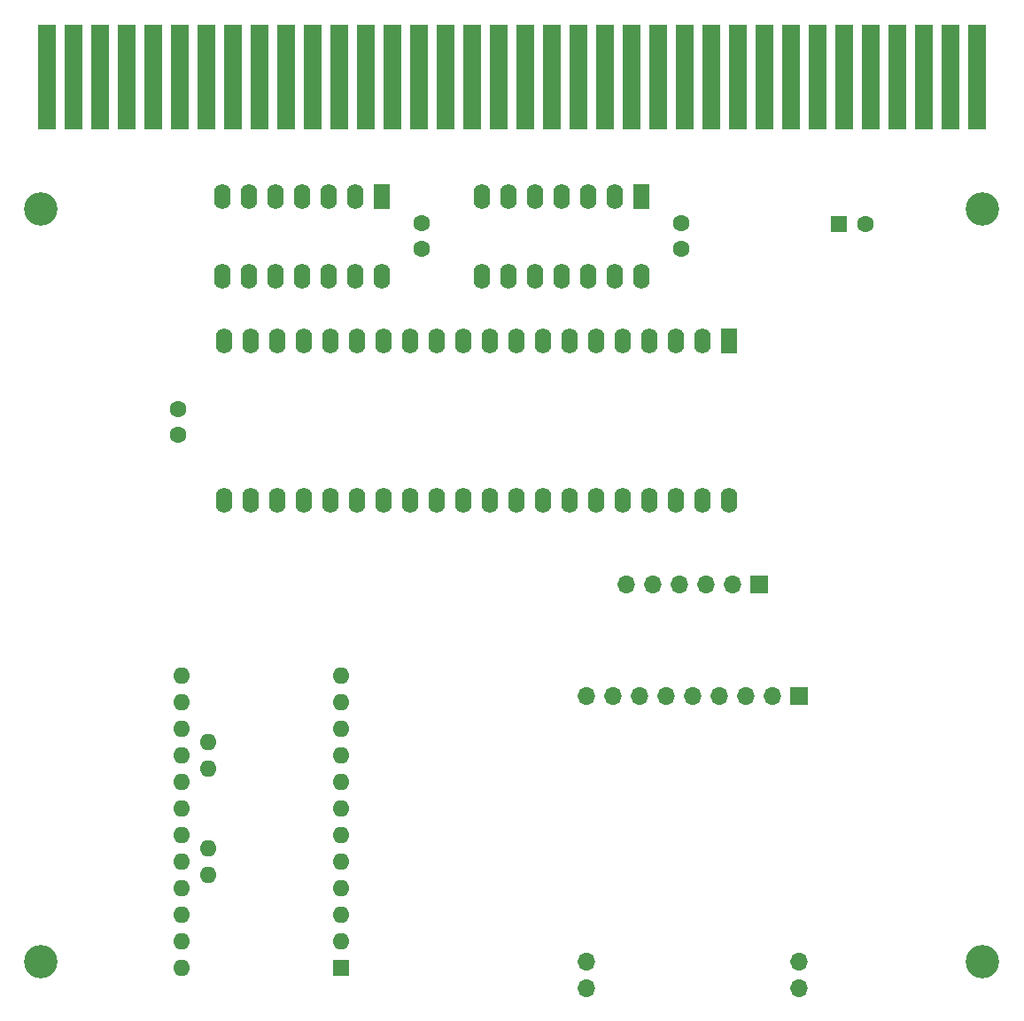
<source format=gbs>
G04 #@! TF.GenerationSoftware,KiCad,Pcbnew,(5.1.9)-1*
G04 #@! TF.CreationDate,2022-09-08T13:28:09+09:00*
G04 #@! TF.ProjectId,PC-8001mk2_SD,50432d38-3030-4316-9d6b-325f53442e6b,rev?*
G04 #@! TF.SameCoordinates,PX53920b0PY93c3260*
G04 #@! TF.FileFunction,Soldermask,Bot*
G04 #@! TF.FilePolarity,Negative*
%FSLAX46Y46*%
G04 Gerber Fmt 4.6, Leading zero omitted, Abs format (unit mm)*
G04 Created by KiCad (PCBNEW (5.1.9)-1) date 2022-09-08 13:28:09*
%MOMM*%
%LPD*%
G01*
G04 APERTURE LIST*
%ADD10C,1.600000*%
%ADD11R,1.600000X2.400000*%
%ADD12O,1.600000X2.400000*%
%ADD13C,3.200000*%
%ADD14R,1.600000X1.600000*%
%ADD15R,1.780000X10.000000*%
%ADD16R,1.700000X1.700000*%
%ADD17O,1.700000X1.700000*%
%ADD18O,1.600000X1.600000*%
G04 APERTURE END LIST*
D10*
X18059000Y55377000D03*
X18059000Y57877000D03*
D11*
X70739000Y64357000D03*
D12*
X22479000Y49117000D03*
X68199000Y64357000D03*
X25019000Y49117000D03*
X65659000Y64357000D03*
X27559000Y49117000D03*
X63119000Y64357000D03*
X30099000Y49117000D03*
X60579000Y64357000D03*
X32639000Y49117000D03*
X58039000Y64357000D03*
X35179000Y49117000D03*
X55499000Y64357000D03*
X37719000Y49117000D03*
X52959000Y64357000D03*
X40259000Y49117000D03*
X50419000Y64357000D03*
X42799000Y49117000D03*
X47879000Y64357000D03*
X45339000Y49117000D03*
X45339000Y64357000D03*
X47879000Y49117000D03*
X42799000Y64357000D03*
X50419000Y49117000D03*
X40259000Y64357000D03*
X52959000Y49117000D03*
X37719000Y64357000D03*
X55499000Y49117000D03*
X35179000Y64357000D03*
X58039000Y49117000D03*
X32639000Y64357000D03*
X60579000Y49117000D03*
X30099000Y64357000D03*
X63119000Y49117000D03*
X27559000Y64357000D03*
X65659000Y49117000D03*
X25019000Y64357000D03*
X68199000Y49117000D03*
X22479000Y64357000D03*
X70739000Y49117000D03*
D13*
X5000000Y77000000D03*
X95000000Y77000000D03*
X95000000Y5000000D03*
X5000000Y5000000D03*
D14*
X81280000Y75565000D03*
D10*
X83780000Y75565000D03*
X41402000Y75660000D03*
X41402000Y73160000D03*
X66167000Y73160000D03*
X66167000Y75660000D03*
D11*
X62357000Y78200000D03*
D12*
X47117000Y70580000D03*
X59817000Y78200000D03*
X49657000Y70580000D03*
X57277000Y78200000D03*
X52197000Y70580000D03*
X54737000Y78200000D03*
X54737000Y70580000D03*
X52197000Y78200000D03*
X57277000Y70580000D03*
X49657000Y78200000D03*
X59817000Y70580000D03*
X47117000Y78200000D03*
X62357000Y70580000D03*
D15*
X94488000Y89662000D03*
X91948000Y89662000D03*
X89408000Y89662000D03*
X86868000Y89662000D03*
X84328000Y89662000D03*
X81788000Y89662000D03*
X79248000Y89662000D03*
X76708000Y89662000D03*
X74168000Y89662000D03*
X71628000Y89662000D03*
X69088000Y89662000D03*
X66548000Y89662000D03*
X64008000Y89662000D03*
X61468000Y89662000D03*
X58928000Y89662000D03*
X56388000Y89662000D03*
X53848000Y89662000D03*
X51308000Y89662000D03*
X48768000Y89662000D03*
X46228000Y89662000D03*
X43688000Y89662000D03*
X41148000Y89662000D03*
X38608000Y89662000D03*
X36068000Y89662000D03*
X33528000Y89662000D03*
X30988000Y89662000D03*
X28448000Y89662000D03*
X25908000Y89662000D03*
X23368000Y89662000D03*
X20828000Y89662000D03*
X18288000Y89662000D03*
X15748000Y89662000D03*
X13208000Y89662000D03*
X10668000Y89662000D03*
X8128000Y89662000D03*
X5588000Y89662000D03*
D16*
X77470000Y30480000D03*
D17*
X74930000Y30480000D03*
X72390000Y30480000D03*
X69850000Y30480000D03*
X67310000Y30480000D03*
X64770000Y30480000D03*
X62230000Y30480000D03*
X59690000Y30480000D03*
X57150000Y30480000D03*
X57150000Y2540000D03*
X57150000Y5080000D03*
X77470000Y2540000D03*
X77470000Y5080000D03*
D12*
X37592000Y70580000D03*
X22352000Y78200000D03*
X35052000Y70580000D03*
X24892000Y78200000D03*
X32512000Y70580000D03*
X27432000Y78200000D03*
X29972000Y70580000D03*
X29972000Y78200000D03*
X27432000Y70580000D03*
X32512000Y78200000D03*
X24892000Y70580000D03*
X35052000Y78200000D03*
X22352000Y70580000D03*
D11*
X37592000Y78200000D03*
D14*
X33655000Y4445000D03*
D18*
X33655000Y6985000D03*
X33655000Y9525000D03*
X18415000Y32385000D03*
X33655000Y12065000D03*
X18415000Y29845000D03*
X33655000Y14605000D03*
X18415000Y27305000D03*
X33655000Y17145000D03*
X18415000Y24765000D03*
X33655000Y19685000D03*
X18415000Y22225000D03*
X33655000Y22225000D03*
X18415000Y19685000D03*
X33655000Y24765000D03*
X18415000Y17145000D03*
X33655000Y27305000D03*
X18415000Y14605000D03*
X33655000Y29845000D03*
X18415000Y12065000D03*
X33655000Y32385000D03*
X18415000Y9525000D03*
X18415000Y6985000D03*
X18415000Y4445000D03*
X20955000Y13335000D03*
X20955000Y15875000D03*
X20955000Y23495000D03*
X20955000Y26035000D03*
D16*
X73660000Y41148000D03*
D17*
X71120000Y41148000D03*
X68580000Y41148000D03*
X66040000Y41148000D03*
X63500000Y41148000D03*
X60960000Y41148000D03*
M02*

</source>
